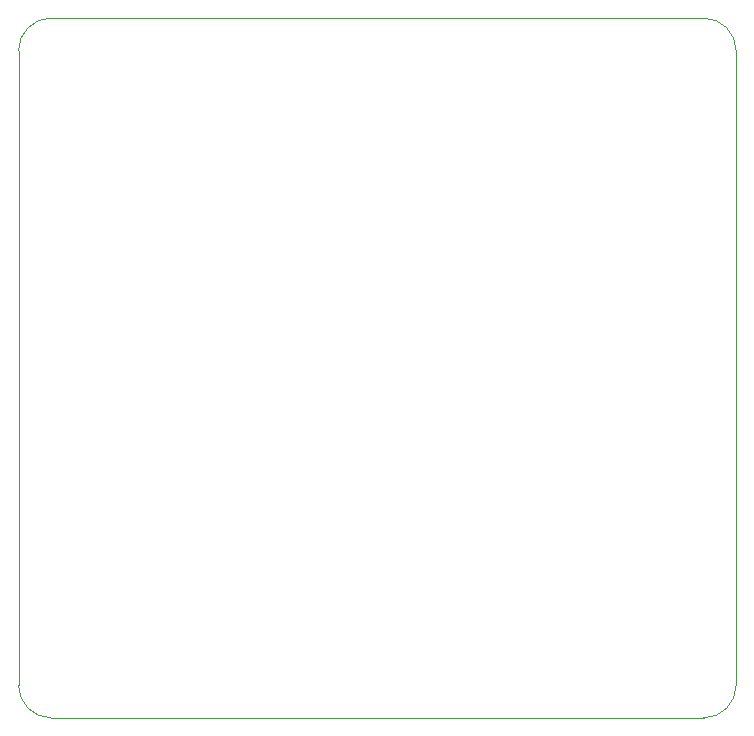
<source format=gbr>
%TF.GenerationSoftware,KiCad,Pcbnew,9.0.2*%
%TF.CreationDate,2025-07-09T07:13:16+08:00*%
%TF.ProjectId,imu,696d752e-6b69-4636-9164-5f7063625858,rev?*%
%TF.SameCoordinates,Original*%
%TF.FileFunction,Profile,NP*%
%FSLAX46Y46*%
G04 Gerber Fmt 4.6, Leading zero omitted, Abs format (unit mm)*
G04 Created by KiCad (PCBNEW 9.0.2) date 2025-07-09 07:13:16*
%MOMM*%
%LPD*%
G01*
G04 APERTURE LIST*
%TA.AperFunction,Profile*%
%ADD10C,0.100000*%
%TD*%
G04 APERTURE END LIST*
D10*
X173250000Y-38750000D02*
G75*
G02*
X176000000Y-41500000I0J-2750000D01*
G01*
X176000000Y-95250000D02*
G75*
G02*
X173250000Y-98000000I-2750000J0D01*
G01*
X118000000Y-38750000D02*
X173250000Y-38750000D01*
X115250000Y-95250000D02*
X115250000Y-41500000D01*
X115250000Y-41500000D02*
G75*
G02*
X118000000Y-38750000I2750000J0D01*
G01*
X173250000Y-98000000D02*
X118000000Y-98000000D01*
X176000000Y-41500000D02*
X176000000Y-95250000D01*
X118000000Y-98000000D02*
G75*
G02*
X115250000Y-95250000I0J2750000D01*
G01*
M02*

</source>
